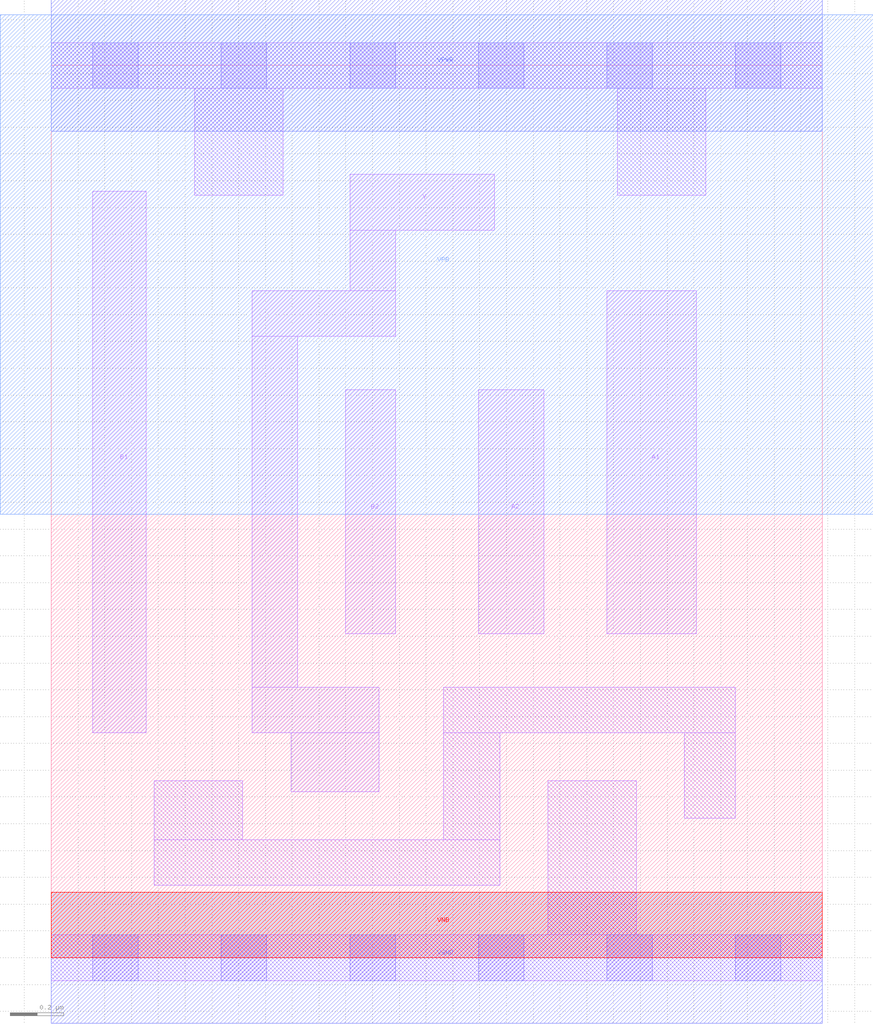
<source format=lef>
# Copyright 2020 The SkyWater PDK Authors
#
# Licensed under the Apache License, Version 2.0 (the "License");
# you may not use this file except in compliance with the License.
# You may obtain a copy of the License at
#
#     https://www.apache.org/licenses/LICENSE-2.0
#
# Unless required by applicable law or agreed to in writing, software
# distributed under the License is distributed on an "AS IS" BASIS,
# WITHOUT WARRANTIES OR CONDITIONS OF ANY KIND, either express or implied.
# See the License for the specific language governing permissions and
# limitations under the License.
#
# SPDX-License-Identifier: Apache-2.0

VERSION 5.7 ;
  NOWIREEXTENSIONATPIN ON ;
  DIVIDERCHAR "/" ;
  BUSBITCHARS "[]" ;
MACRO sky130_fd_sc_lp__o22ai_m
  CLASS CORE ;
  FOREIGN sky130_fd_sc_lp__o22ai_m ;
  ORIGIN  0.000000  0.000000 ;
  SIZE  2.880000 BY  3.330000 ;
  SYMMETRY X Y R90 ;
  SITE unit ;
  PIN A1
    ANTENNAGATEAREA  0.126000 ;
    DIRECTION INPUT ;
    USE SIGNAL ;
    PORT
      LAYER li1 ;
        RECT 2.075000 1.210000 2.410000 2.490000 ;
    END
  END A1
  PIN A2
    ANTENNAGATEAREA  0.126000 ;
    DIRECTION INPUT ;
    USE SIGNAL ;
    PORT
      LAYER li1 ;
        RECT 1.595000 1.210000 1.840000 2.120000 ;
    END
  END A2
  PIN B1
    ANTENNAGATEAREA  0.126000 ;
    DIRECTION INPUT ;
    USE SIGNAL ;
    PORT
      LAYER li1 ;
        RECT 0.155000 0.840000 0.355000 2.860000 ;
    END
  END B1
  PIN B2
    ANTENNAGATEAREA  0.126000 ;
    DIRECTION INPUT ;
    USE SIGNAL ;
    PORT
      LAYER li1 ;
        RECT 1.100000 1.210000 1.285000 2.120000 ;
    END
  END B2
  PIN Y
    ANTENNADIFFAREA  0.235200 ;
    DIRECTION OUTPUT ;
    USE SIGNAL ;
    PORT
      LAYER li1 ;
        RECT 0.750000 0.840000 1.225000 1.010000 ;
        RECT 0.750000 1.010000 0.920000 2.320000 ;
        RECT 0.750000 2.320000 1.285000 2.490000 ;
        RECT 0.895000 0.620000 1.225000 0.840000 ;
        RECT 1.115000 2.490000 1.285000 2.715000 ;
        RECT 1.115000 2.715000 1.655000 2.925000 ;
    END
  END Y
  PIN VGND
    DIRECTION INOUT ;
    USE GROUND ;
    PORT
      LAYER met1 ;
        RECT 0.000000 -0.245000 2.880000 0.245000 ;
    END
  END VGND
  PIN VNB
    DIRECTION INOUT ;
    USE GROUND ;
    PORT
      LAYER pwell ;
        RECT 0.000000 0.000000 2.880000 0.245000 ;
    END
  END VNB
  PIN VPB
    DIRECTION INOUT ;
    USE POWER ;
    PORT
      LAYER nwell ;
        RECT -0.190000 1.655000 3.070000 3.520000 ;
    END
  END VPB
  PIN VPWR
    DIRECTION INOUT ;
    USE POWER ;
    PORT
      LAYER met1 ;
        RECT 0.000000 3.085000 2.880000 3.575000 ;
    END
  END VPWR
  OBS
    LAYER li1 ;
      RECT 0.000000 -0.085000 2.880000 0.085000 ;
      RECT 0.000000  3.245000 2.880000 3.415000 ;
      RECT 0.385000  0.270000 1.675000 0.440000 ;
      RECT 0.385000  0.440000 0.715000 0.660000 ;
      RECT 0.535000  2.845000 0.865000 3.245000 ;
      RECT 1.465000  0.440000 1.675000 0.840000 ;
      RECT 1.465000  0.840000 2.555000 1.010000 ;
      RECT 1.855000  0.085000 2.185000 0.660000 ;
      RECT 2.115000  2.845000 2.445000 3.245000 ;
      RECT 2.365000  0.520000 2.555000 0.840000 ;
    LAYER mcon ;
      RECT 0.155000 -0.085000 0.325000 0.085000 ;
      RECT 0.155000  3.245000 0.325000 3.415000 ;
      RECT 0.635000 -0.085000 0.805000 0.085000 ;
      RECT 0.635000  3.245000 0.805000 3.415000 ;
      RECT 1.115000 -0.085000 1.285000 0.085000 ;
      RECT 1.115000  3.245000 1.285000 3.415000 ;
      RECT 1.595000 -0.085000 1.765000 0.085000 ;
      RECT 1.595000  3.245000 1.765000 3.415000 ;
      RECT 2.075000 -0.085000 2.245000 0.085000 ;
      RECT 2.075000  3.245000 2.245000 3.415000 ;
      RECT 2.555000 -0.085000 2.725000 0.085000 ;
      RECT 2.555000  3.245000 2.725000 3.415000 ;
  END
END sky130_fd_sc_lp__o22ai_m
END LIBRARY

</source>
